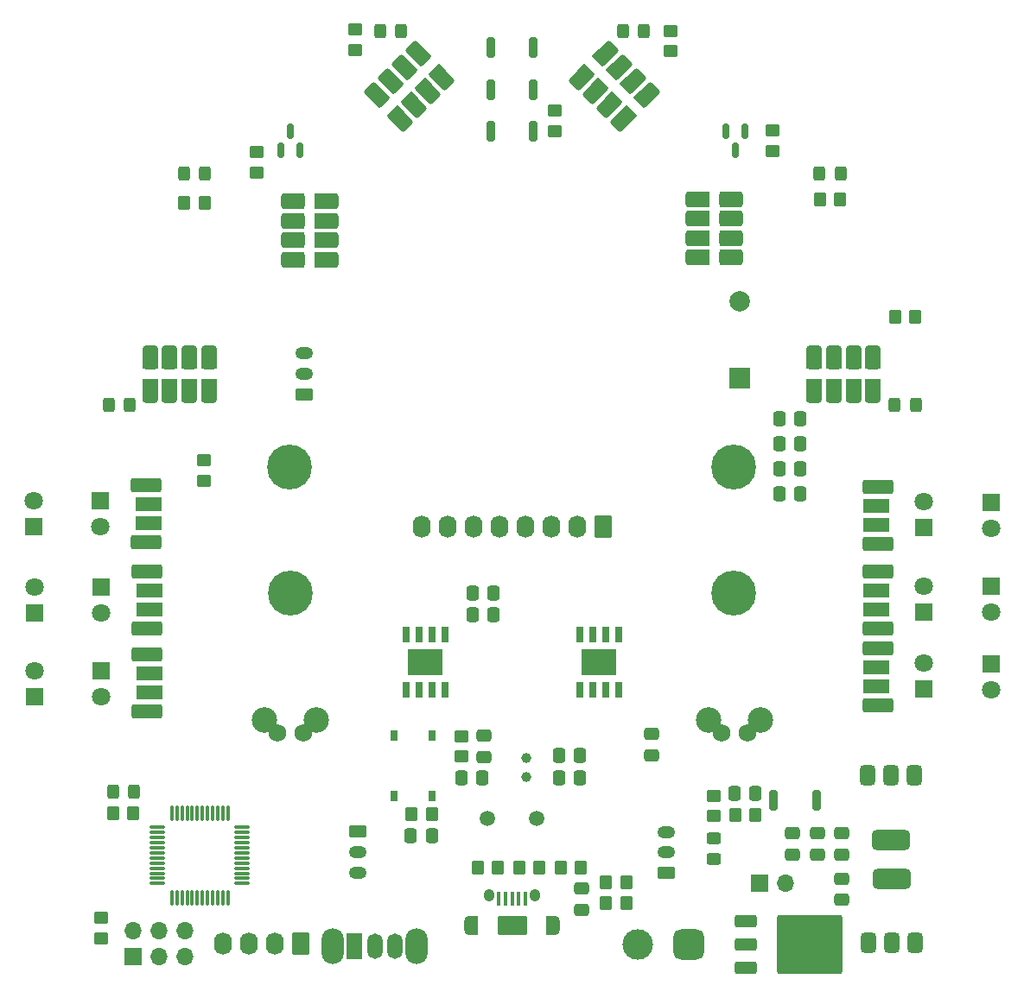
<source format=gbr>
%TF.GenerationSoftware,KiCad,Pcbnew,9.0.5*%
%TF.CreationDate,2025-10-14T17:43:45-03:00*%
%TF.ProjectId,RvMeg_V2,52764d65-675f-4563-922e-6b696361645f,V2.0*%
%TF.SameCoordinates,Original*%
%TF.FileFunction,Soldermask,Top*%
%TF.FilePolarity,Negative*%
%FSLAX46Y46*%
G04 Gerber Fmt 4.6, Leading zero omitted, Abs format (unit mm)*
G04 Created by KiCad (PCBNEW 9.0.5) date 2025-10-14 17:43:45*
%MOMM*%
%LPD*%
G01*
G04 APERTURE LIST*
G04 Aperture macros list*
%AMRoundRect*
0 Rectangle with rounded corners*
0 $1 Rounding radius*
0 $2 $3 $4 $5 $6 $7 $8 $9 X,Y pos of 4 corners*
0 Add a 4 corners polygon primitive as box body*
4,1,4,$2,$3,$4,$5,$6,$7,$8,$9,$2,$3,0*
0 Add four circle primitives for the rounded corners*
1,1,$1+$1,$2,$3*
1,1,$1+$1,$4,$5*
1,1,$1+$1,$6,$7*
1,1,$1+$1,$8,$9*
0 Add four rect primitives between the rounded corners*
20,1,$1+$1,$2,$3,$4,$5,0*
20,1,$1+$1,$4,$5,$6,$7,0*
20,1,$1+$1,$6,$7,$8,$9,0*
20,1,$1+$1,$8,$9,$2,$3,0*%
%AMRotRect*
0 Rectangle, with rotation*
0 The origin of the aperture is its center*
0 $1 length*
0 $2 width*
0 $3 Rotation angle, in degrees counterclockwise*
0 Add horizontal line*
21,1,$1,$2,0,0,$3*%
G04 Aperture macros list end*
%ADD10R,1.800000X1.800000*%
%ADD11C,1.800000*%
%ADD12C,0.500000*%
%ADD13RoundRect,0.233333X-1.266667X-0.466667X1.266667X-0.466667X1.266667X0.466667X-1.266667X0.466667X0*%
%ADD14RoundRect,0.233333X-1.066667X-0.466667X1.066667X-0.466667X1.066667X0.466667X-1.066667X0.466667X0*%
%ADD15RoundRect,0.233333X1.266667X0.466667X-1.266667X0.466667X-1.266667X-0.466667X1.266667X-0.466667X0*%
%ADD16RoundRect,0.233333X1.066667X0.466667X-1.066667X0.466667X-1.066667X-0.466667X1.066667X-0.466667X0*%
%ADD17C,2.500000*%
%ADD18C,1.750000*%
%ADD19O,1.000000X1.900000*%
%ADD20R,0.875000X1.900000*%
%ADD21O,1.050000X1.250000*%
%ADD22RoundRect,0.250000X-1.200000X-0.700000X1.200000X-0.700000X1.200000X0.700000X-1.200000X0.700000X0*%
%ADD23RoundRect,0.100000X-0.100000X-0.575000X0.100000X-0.575000X0.100000X0.575000X-0.100000X0.575000X0*%
%ADD24R,0.750000X1.000000*%
%ADD25RoundRect,0.200000X0.200000X0.800000X-0.200000X0.800000X-0.200000X-0.800000X0.200000X-0.800000X0*%
%ADD26O,1.500000X2.500000*%
%ADD27R,1.500000X2.500000*%
%ADD28O,2.200000X3.500000*%
%ADD29RoundRect,0.150000X0.150000X-0.587500X0.150000X0.587500X-0.150000X0.587500X-0.150000X-0.587500X0*%
%ADD30C,0.700000*%
%ADD31C,4.400000*%
%ADD32R,1.700000X1.700000*%
%ADD33O,1.700000X1.700000*%
%ADD34RoundRect,0.250000X0.350000X0.450000X-0.350000X0.450000X-0.350000X-0.450000X0.350000X-0.450000X0*%
%ADD35RoundRect,0.250000X0.337500X0.475000X-0.337500X0.475000X-0.337500X-0.475000X0.337500X-0.475000X0*%
%ADD36RoundRect,0.250000X-0.337500X-0.475000X0.337500X-0.475000X0.337500X0.475000X-0.337500X0.475000X0*%
%ADD37RoundRect,0.250000X0.450000X-0.350000X0.450000X0.350000X-0.450000X0.350000X-0.450000X-0.350000X0*%
%ADD38RoundRect,0.250000X-0.325000X-0.450000X0.325000X-0.450000X0.325000X0.450000X-0.325000X0.450000X0*%
%ADD39RoundRect,0.250000X0.625000X-0.350000X0.625000X0.350000X-0.625000X0.350000X-0.625000X-0.350000X0*%
%ADD40O,1.750000X1.200000*%
%ADD41RoundRect,0.750000X0.750000X0.750000X-0.750000X0.750000X-0.750000X-0.750000X0.750000X-0.750000X0*%
%ADD42C,3.000000*%
%ADD43RoundRect,0.250000X0.475000X-0.337500X0.475000X0.337500X-0.475000X0.337500X-0.475000X-0.337500X0*%
%ADD44R,0.700000X1.525000*%
%ADD45R,3.450000X2.560000*%
%ADD46RoundRect,0.250000X-0.450000X0.350000X-0.450000X-0.350000X0.450000X-0.350000X0.450000X0.350000X0*%
%ADD47RoundRect,0.250000X0.325000X0.450000X-0.325000X0.450000X-0.325000X-0.450000X0.325000X-0.450000X0*%
%ADD48R,2.000000X2.000000*%
%ADD49C,2.000000*%
%ADD50R,1.000000X1.500000*%
%ADD51RoundRect,0.250000X-0.900000X-0.500000X0.900000X-0.500000X0.900000X0.500000X-0.900000X0.500000X0*%
%ADD52RoundRect,0.375000X0.375000X-0.625000X0.375000X0.625000X-0.375000X0.625000X-0.375000X-0.625000X0*%
%ADD53RoundRect,0.500000X1.400000X-0.500000X1.400000X0.500000X-1.400000X0.500000X-1.400000X-0.500000X0*%
%ADD54RoundRect,0.150000X-0.150000X0.587500X-0.150000X-0.587500X0.150000X-0.587500X0.150000X0.587500X0*%
%ADD55RoundRect,0.250000X-0.475000X0.337500X-0.475000X-0.337500X0.475000X-0.337500X0.475000X0.337500X0*%
%ADD56RoundRect,0.250000X0.620000X0.845000X-0.620000X0.845000X-0.620000X-0.845000X0.620000X-0.845000X0*%
%ADD57O,1.740000X2.190000*%
%ADD58RoundRect,0.250000X0.450000X-0.325000X0.450000X0.325000X-0.450000X0.325000X-0.450000X-0.325000X0*%
%ADD59RoundRect,0.250000X-0.850000X-0.350000X0.850000X-0.350000X0.850000X0.350000X-0.850000X0.350000X0*%
%ADD60RoundRect,0.249997X-2.950003X-2.650003X2.950003X-2.650003X2.950003X2.650003X-2.950003X2.650003X0*%
%ADD61RoundRect,0.250000X0.900000X0.500000X-0.900000X0.500000X-0.900000X-0.500000X0.900000X-0.500000X0*%
%ADD62RoundRect,0.075000X-0.662500X-0.075000X0.662500X-0.075000X0.662500X0.075000X-0.662500X0.075000X0*%
%ADD63RoundRect,0.075000X-0.075000X-0.662500X0.075000X-0.662500X0.075000X0.662500X-0.075000X0.662500X0*%
%ADD64RotRect,1.000000X1.500000X315.000000*%
%ADD65RoundRect,0.250000X-0.989949X0.282843X0.282843X-0.989949X0.989949X-0.282843X-0.282843X0.989949X0*%
%ADD66RoundRect,0.250000X-0.625000X0.350000X-0.625000X-0.350000X0.625000X-0.350000X0.625000X0.350000X0*%
%ADD67R,1.500000X1.000000*%
%ADD68RoundRect,0.250000X-0.500000X0.900000X-0.500000X-0.900000X0.500000X-0.900000X0.500000X0.900000X0*%
%ADD69RoundRect,0.375000X-0.375000X0.625000X-0.375000X-0.625000X0.375000X-0.625000X0.375000X0.625000X0*%
%ADD70RoundRect,0.500000X-1.400000X0.500000X-1.400000X-0.500000X1.400000X-0.500000X1.400000X0.500000X0*%
%ADD71RotRect,1.000000X1.500000X225.000000*%
%ADD72RoundRect,0.250000X0.282843X0.989949X-0.989949X-0.282843X-0.282843X-0.989949X0.989949X0.282843X0*%
%ADD73C,1.500000*%
%ADD74C,1.000000*%
G04 APERTURE END LIST*
D10*
%TO.C,Q6*%
X188749999Y-113464999D03*
D11*
X188749999Y-110924999D03*
%TD*%
D10*
%TO.C,LED_IR4*%
X195294741Y-110958439D03*
D11*
X195294741Y-113498439D03*
%TD*%
D12*
%TO.C,CONN_SEN_FRONT_I1*%
X185155000Y-109130000D03*
X183355000Y-109130000D03*
D13*
X184255000Y-109466000D03*
D12*
X185155000Y-109830000D03*
X183355001Y-109830000D03*
X183155000Y-110975332D03*
X184955000Y-110975333D03*
D14*
X184055000Y-111329000D03*
D12*
X184955000Y-111675332D03*
X183155000Y-111675332D03*
X184955000Y-112866999D03*
X183155000Y-112866999D03*
D14*
X184055000Y-113192000D03*
D12*
X184955000Y-113566999D03*
X183155000Y-113566999D03*
X185155000Y-114705000D03*
X183355000Y-114705000D03*
D13*
X184255000Y-115055000D03*
D12*
X185155000Y-115405000D03*
X183355000Y-115405000D03*
%TD*%
D10*
%TO.C,LED_IR4*%
X101605258Y-114181560D03*
D11*
X101605258Y-111641560D03*
%TD*%
D10*
%TO.C,Q6*%
X108150000Y-111675000D03*
D11*
X108150000Y-114215000D03*
%TD*%
D12*
%TO.C,CONN_SEN_FRONT_I1*%
X111744999Y-116009999D03*
X113544999Y-116009999D03*
D15*
X112644999Y-115673999D03*
D12*
X111744999Y-115309999D03*
X113544998Y-115309999D03*
X113744999Y-114164667D03*
X111944999Y-114164666D03*
D16*
X112844999Y-113810999D03*
D12*
X111944999Y-113464667D03*
X113744999Y-113464667D03*
X111944999Y-112273000D03*
X113744999Y-112273000D03*
D16*
X112844999Y-111947999D03*
D12*
X111944999Y-111573000D03*
X113744999Y-111573000D03*
X111744999Y-110434999D03*
X113544999Y-110434999D03*
D15*
X112644999Y-110084999D03*
D12*
X111744999Y-109734999D03*
X113544999Y-109734999D03*
%TD*%
%TO.C,CONN_SEN_FRONT_I1*%
X185155000Y-101580000D03*
X183355000Y-101580000D03*
D13*
X184255000Y-101916000D03*
D12*
X185155000Y-102280000D03*
X183355001Y-102280000D03*
X183155000Y-103425332D03*
X184955000Y-103425333D03*
D14*
X184055000Y-103779000D03*
D12*
X184955000Y-104125332D03*
X183155000Y-104125332D03*
X184955000Y-105316999D03*
X183155000Y-105316999D03*
D14*
X184055000Y-105642000D03*
D12*
X184955000Y-106016999D03*
X183155000Y-106016999D03*
X185155000Y-107155000D03*
X183355000Y-107155000D03*
D13*
X184255000Y-107505000D03*
D12*
X185155000Y-107855000D03*
X183355000Y-107855000D03*
%TD*%
D10*
%TO.C,LED_IR4*%
X195294741Y-103408439D03*
D11*
X195294741Y-105948439D03*
%TD*%
D10*
%TO.C,Q6*%
X188749999Y-105914999D03*
D11*
X188749999Y-103374999D03*
%TD*%
D10*
%TO.C,LED_IR4*%
X195314819Y-95113517D03*
D11*
X195314819Y-97653517D03*
%TD*%
D10*
%TO.C,Q6*%
X188770077Y-97620077D03*
D11*
X188770077Y-95080077D03*
%TD*%
D12*
%TO.C,CONN_SEN_FRONT_I1*%
X185175078Y-93285078D03*
X183375078Y-93285078D03*
D13*
X184275078Y-93621078D03*
D12*
X185175078Y-93985078D03*
X183375079Y-93985078D03*
X183175078Y-95130410D03*
X184975078Y-95130411D03*
D14*
X184075078Y-95484078D03*
D12*
X184975078Y-95830410D03*
X183175078Y-95830410D03*
X184975078Y-97022077D03*
X183175078Y-97022077D03*
D14*
X184075078Y-97347078D03*
D12*
X184975078Y-97722077D03*
X183175078Y-97722077D03*
X185175078Y-98860078D03*
X183375078Y-98860078D03*
D13*
X184275078Y-99210078D03*
D12*
X185175078Y-99560078D03*
X183375078Y-99560078D03*
%TD*%
D10*
%TO.C,LED_IR4*%
X101585180Y-105986482D03*
D11*
X101585180Y-103446482D03*
%TD*%
D10*
%TO.C,Q6*%
X108129922Y-103479922D03*
D11*
X108129922Y-106019922D03*
%TD*%
D12*
%TO.C,CONN_SEN_FRONT_I1*%
X111724921Y-107814921D03*
X113524921Y-107814921D03*
D15*
X112624921Y-107478921D03*
D12*
X111724921Y-107114921D03*
X113524920Y-107114921D03*
X113724921Y-105969589D03*
X111924921Y-105969588D03*
D16*
X112824921Y-105615921D03*
D12*
X111924921Y-105269589D03*
X113724921Y-105269589D03*
X111924921Y-104077922D03*
X113724921Y-104077922D03*
D16*
X112824921Y-103752921D03*
D12*
X111924921Y-103377922D03*
X113724921Y-103377922D03*
X111724921Y-102239921D03*
X113524921Y-102239921D03*
D15*
X112624921Y-101889921D03*
D12*
X111724921Y-101539921D03*
X113524921Y-101539921D03*
%TD*%
D10*
%TO.C,Q6*%
X108055001Y-95010334D03*
D11*
X108055001Y-97550334D03*
%TD*%
D12*
%TO.C,CONN_SEN_FRONT_I1*%
X111650000Y-99345333D03*
X113450000Y-99345333D03*
D15*
X112550000Y-99009333D03*
D12*
X111650000Y-98645333D03*
X113449999Y-98645333D03*
X113650000Y-97500001D03*
X111850000Y-97500000D03*
D16*
X112750000Y-97146333D03*
D12*
X111850000Y-96800001D03*
X113650000Y-96800001D03*
X111850000Y-95608334D03*
X113650000Y-95608334D03*
D16*
X112750000Y-95283333D03*
D12*
X111850000Y-94908334D03*
X113650000Y-94908334D03*
X111650000Y-93770333D03*
X113450000Y-93770333D03*
D15*
X112550000Y-93420333D03*
D12*
X111650000Y-93070333D03*
X113450000Y-93070333D03*
%TD*%
D10*
%TO.C,LED_IR4*%
X101510259Y-97516894D03*
D11*
X101510259Y-94976894D03*
%TD*%
D17*
%TO.C,J16*%
X172690000Y-116450000D03*
D18*
X171420000Y-117720000D03*
X168880000Y-117720000D03*
D17*
X167610000Y-116450000D03*
%TD*%
%TO.C,J15*%
X129190000Y-116450000D03*
D18*
X127920000Y-117720000D03*
X125380000Y-117720000D03*
D17*
X124110000Y-116450000D03*
%TD*%
D19*
%TO.C,J1*%
X152570000Y-136675000D03*
D20*
X152132500Y-136675000D03*
D21*
X150620000Y-133675000D03*
D22*
X148395000Y-136675000D03*
D21*
X146170000Y-133675000D03*
D20*
X144657500Y-136675000D03*
D19*
X144220000Y-136675000D03*
D23*
X147095000Y-134000000D03*
X147745000Y-134000000D03*
X148395000Y-134000000D03*
X149045000Y-134000000D03*
X149695000Y-134000000D03*
%TD*%
D24*
%TO.C,RESET*%
X140550000Y-117975000D03*
X140550000Y-123975000D03*
X136800000Y-117975000D03*
X136800000Y-123975000D03*
%TD*%
D25*
%TO.C,START*%
X174000000Y-124350000D03*
X178200000Y-124350000D03*
%TD*%
D26*
%TO.C,POWER*%
X136950000Y-138650000D03*
X134950000Y-138650000D03*
D27*
X132950000Y-138650000D03*
D28*
X139050000Y-138650000D03*
X130850000Y-138650000D03*
%TD*%
D29*
%TO.C,Q2*%
X125737500Y-60637500D03*
X127637500Y-60637500D03*
X126687500Y-58762500D03*
%TD*%
D30*
%TO.C,H2*%
X125000000Y-104075000D03*
X125483274Y-102908274D03*
X125483274Y-105241726D03*
X126650000Y-102425000D03*
D31*
X126650000Y-104075000D03*
D30*
X126650000Y-105725000D03*
X127816726Y-102908274D03*
X127816726Y-105241726D03*
X128300000Y-104075000D03*
%TD*%
D32*
%TO.C,JP1*%
X172625000Y-132475000D03*
D33*
X175165000Y-132475000D03*
%TD*%
D34*
%TO.C,R9*%
X151075000Y-130950000D03*
X149075000Y-130950000D03*
%TD*%
D35*
%TO.C,C10*%
X176637500Y-86950000D03*
X174562500Y-86950000D03*
%TD*%
D30*
%TO.C,H4*%
X168450000Y-104075000D03*
X168933274Y-102908274D03*
X168933274Y-105241726D03*
X170100000Y-102425000D03*
D31*
X170100000Y-104075000D03*
D30*
X170100000Y-105725000D03*
X171266726Y-102908274D03*
X171266726Y-105241726D03*
X171750000Y-104075000D03*
%TD*%
D34*
%TO.C,R16*%
X172250000Y-125800000D03*
X170250000Y-125800000D03*
%TD*%
D36*
%TO.C,C15*%
X144512500Y-106200000D03*
X146587500Y-106200000D03*
%TD*%
D37*
%TO.C,R1*%
X143425000Y-120062500D03*
X143425000Y-118062500D03*
%TD*%
D34*
%TO.C,R7*%
X111300000Y-125650000D03*
X109300000Y-125650000D03*
%TD*%
D38*
%TO.C,D4*%
X116227846Y-62920268D03*
X118277846Y-62920268D03*
%TD*%
D36*
%TO.C,C26*%
X170175000Y-123650000D03*
X172250000Y-123650000D03*
%TD*%
D39*
%TO.C,J11*%
X163500000Y-131475000D03*
D40*
X163500000Y-129475000D03*
X163500000Y-127475000D03*
%TD*%
D41*
%TO.C,J14*%
X165725000Y-138525000D03*
D42*
X160725000Y-138525000D03*
%TD*%
D43*
%TO.C,C22*%
X155200000Y-135112500D03*
X155200000Y-133037500D03*
%TD*%
D32*
%TO.C,J2*%
X111242585Y-139727074D03*
D33*
X111242585Y-137187074D03*
X113782585Y-139727074D03*
X113782585Y-137187074D03*
X116322585Y-139727074D03*
X116322585Y-137187074D03*
%TD*%
D43*
%TO.C,C1*%
X145600000Y-120125000D03*
X145600000Y-118050000D03*
%TD*%
D44*
%TO.C,U4*%
X137995000Y-113537000D03*
X139265000Y-113537000D03*
X140535000Y-113537000D03*
X141805000Y-113537000D03*
X141805000Y-108113000D03*
X140535000Y-108113000D03*
X139265000Y-108113000D03*
X137995000Y-108113000D03*
D45*
X139900000Y-110825000D03*
%TD*%
D36*
%TO.C,C9*%
X144512500Y-104050000D03*
X146587500Y-104050000D03*
%TD*%
D30*
%TO.C,H3*%
X168475000Y-91675000D03*
X168958274Y-90508274D03*
X168958274Y-92841726D03*
X170125000Y-90025000D03*
D31*
X170125000Y-91675000D03*
D30*
X170125000Y-93325000D03*
X171291726Y-90508274D03*
X171291726Y-92841726D03*
X171775000Y-91675000D03*
%TD*%
D46*
%TO.C,R20*%
X133000000Y-48800000D03*
X133000000Y-50800000D03*
%TD*%
D35*
%TO.C,C2*%
X145487500Y-122187500D03*
X143412500Y-122187500D03*
%TD*%
D47*
%TO.C,D2*%
X111325000Y-123500000D03*
X109275000Y-123500000D03*
%TD*%
D48*
%TO.C,BZ1*%
X170700000Y-83000000D03*
D49*
X170700000Y-75400000D03*
%TD*%
D30*
%TO.C,J4*%
X127490000Y-65624996D03*
D50*
X127539999Y-65624997D03*
D51*
X126889999Y-65624997D03*
D30*
X126289999Y-65624998D03*
X130810000Y-65624999D03*
D51*
X130209999Y-65624999D03*
D50*
X129559999Y-65624999D03*
D30*
X129609999Y-65625000D03*
D50*
X127539999Y-67541663D03*
D51*
X126889998Y-67541664D03*
X130209999Y-67541665D03*
D50*
X129560000Y-67541665D03*
D30*
X126289999Y-67558328D03*
X127490000Y-67558330D03*
X130810000Y-67558331D03*
X129609999Y-67558331D03*
D50*
X127539999Y-69458328D03*
D51*
X126890001Y-69458329D03*
X130209999Y-69458330D03*
D50*
X129560000Y-69458330D03*
D30*
X127490000Y-69491663D03*
X126289999Y-69491663D03*
X130810000Y-69491664D03*
X129609998Y-69491664D03*
D50*
X127539999Y-71374998D03*
D51*
X126890000Y-71374998D03*
X130209998Y-71374999D03*
D50*
X129560000Y-71375000D03*
D30*
X129609999Y-71424998D03*
X127489999Y-71424998D03*
X126289998Y-71424998D03*
X130809999Y-71424999D03*
%TD*%
D44*
%TO.C,U5*%
X154995000Y-113537000D03*
X156265000Y-113537000D03*
X157535000Y-113537000D03*
X158805000Y-113537000D03*
X158805000Y-108113000D03*
X157535000Y-108113000D03*
X156265000Y-108113000D03*
X154995000Y-108113000D03*
D45*
X156900000Y-110825000D03*
%TD*%
D38*
%TO.C,D8*%
X185875000Y-85550000D03*
X187925000Y-85550000D03*
%TD*%
D43*
%TO.C,C5*%
X162050000Y-119925000D03*
X162050000Y-117850000D03*
%TD*%
D52*
%TO.C,U2*%
X183275000Y-138375000D03*
X185575000Y-138375000D03*
D53*
X185575000Y-132075000D03*
D52*
X187875000Y-138375000D03*
%TD*%
D35*
%TO.C,C12*%
X176637500Y-89416667D03*
X174562500Y-89416667D03*
%TD*%
D46*
%TO.C,R18*%
X118200000Y-91000000D03*
X118200000Y-93000000D03*
%TD*%
D43*
%TO.C,C16*%
X180700000Y-129687500D03*
X180700000Y-127612500D03*
%TD*%
D38*
%TO.C,D6*%
X159272155Y-48934324D03*
X161322155Y-48934324D03*
%TD*%
D43*
%TO.C,C14*%
X175900000Y-129687500D03*
X175900000Y-127612500D03*
%TD*%
D54*
%TO.C,Q3*%
X171237500Y-58762500D03*
X169337500Y-58762500D03*
X170287500Y-60637500D03*
%TD*%
D55*
%TO.C,C13*%
X180700000Y-132062500D03*
X180700000Y-134137500D03*
%TD*%
D56*
%TO.C,J12*%
X157290000Y-97496773D03*
D57*
X154750000Y-97496773D03*
X152210000Y-97496773D03*
X149670000Y-97496773D03*
X147130000Y-97496773D03*
X144590000Y-97496773D03*
X142050000Y-97496773D03*
X139510000Y-97496773D03*
%TD*%
D58*
%TO.C,D1*%
X168150000Y-130125000D03*
X168150000Y-128075000D03*
%TD*%
D59*
%TO.C,Q1*%
X171250000Y-136242500D03*
X171250000Y-138522500D03*
D60*
X177550000Y-138522500D03*
D59*
X171250000Y-140802500D03*
%TD*%
D46*
%TO.C,R2*%
X108150000Y-135900000D03*
X108150000Y-137900000D03*
%TD*%
D30*
%TO.C,J9*%
X169284999Y-71150003D03*
D50*
X169235000Y-71150002D03*
D61*
X169885000Y-71150002D03*
D30*
X170485000Y-71150001D03*
X165964999Y-71150000D03*
D61*
X166565000Y-71150000D03*
D50*
X167215000Y-71150000D03*
D30*
X167165000Y-71149999D03*
D50*
X169235000Y-69233336D03*
D61*
X169885001Y-69233335D03*
X166565000Y-69233334D03*
D50*
X167214999Y-69233334D03*
D30*
X170485000Y-69216671D03*
X169284999Y-69216669D03*
X165964999Y-69216668D03*
X167165000Y-69216668D03*
D50*
X169235000Y-67316671D03*
D61*
X169884998Y-67316670D03*
X166565000Y-67316669D03*
D50*
X167214999Y-67316669D03*
D30*
X169284999Y-67283336D03*
X170485000Y-67283336D03*
X165964999Y-67283335D03*
X167165001Y-67283335D03*
D50*
X169235000Y-65400001D03*
D61*
X169884999Y-65400001D03*
X166565001Y-65400000D03*
D50*
X167214999Y-65399999D03*
D30*
X167165000Y-65350001D03*
X169285000Y-65350001D03*
X170485001Y-65350001D03*
X165965000Y-65350000D03*
%TD*%
D34*
%TO.C,R5*%
X159575000Y-134400000D03*
X157575000Y-134400000D03*
%TD*%
D38*
%TO.C,D3*%
X108875000Y-85552500D03*
X110925000Y-85552500D03*
%TD*%
D46*
%TO.C,R22*%
X163900000Y-48900000D03*
X163900000Y-50900000D03*
%TD*%
%TO.C,R4*%
X168150000Y-123900000D03*
X168150000Y-125900000D03*
%TD*%
D35*
%TO.C,C23*%
X155062500Y-120000000D03*
X152987500Y-120000000D03*
%TD*%
D25*
%TO.C,B3*%
X150500000Y-50550000D03*
X146300000Y-50550000D03*
%TD*%
D34*
%TO.C,R23*%
X180550000Y-65400000D03*
X178550000Y-65400000D03*
%TD*%
%TO.C,R8*%
X147000000Y-130950000D03*
X145000000Y-130950000D03*
%TD*%
D62*
%TO.C,U1*%
X113637500Y-127025000D03*
X113637500Y-127525000D03*
X113637500Y-128025000D03*
X113637500Y-128525000D03*
X113637500Y-129025000D03*
X113637500Y-129525000D03*
X113637500Y-130025000D03*
X113637500Y-130525000D03*
X113637500Y-131025000D03*
X113637500Y-131525000D03*
X113637500Y-132025000D03*
X113637500Y-132525000D03*
D63*
X115050000Y-133937500D03*
X115550000Y-133937500D03*
X116050000Y-133937500D03*
X116550000Y-133937500D03*
X117050000Y-133937500D03*
X117550000Y-133937500D03*
X118050000Y-133937500D03*
X118550000Y-133937500D03*
X119050000Y-133937500D03*
X119550000Y-133937500D03*
X120050000Y-133937500D03*
X120550000Y-133937500D03*
D62*
X121962500Y-132525000D03*
X121962500Y-132025000D03*
X121962500Y-131525000D03*
X121962500Y-131025000D03*
X121962500Y-130525000D03*
X121962500Y-130025000D03*
X121962500Y-129525000D03*
X121962500Y-129025000D03*
X121962500Y-128525000D03*
X121962500Y-128025000D03*
X121962500Y-127525000D03*
X121962500Y-127025000D03*
D63*
X120550000Y-125612500D03*
X120050000Y-125612500D03*
X119550000Y-125612500D03*
X119050000Y-125612500D03*
X118550000Y-125612500D03*
X118050000Y-125612500D03*
X117550000Y-125612500D03*
X117050000Y-125612500D03*
X116550000Y-125612500D03*
X116050000Y-125612500D03*
X115550000Y-125612500D03*
X115050000Y-125612500D03*
%TD*%
D30*
%TO.C,J6*%
X139595013Y-51555920D03*
D64*
X139630367Y-51591276D03*
D65*
X139170748Y-51131656D03*
D30*
X138746483Y-50707393D03*
X141942606Y-53903517D03*
D65*
X141518341Y-53479252D03*
D30*
X141094076Y-53054989D03*
D64*
X141058721Y-53019633D03*
X138275080Y-52946563D03*
D65*
X137815459Y-52486944D03*
X140163053Y-54834540D03*
D64*
X139703435Y-54374921D03*
D30*
X137379412Y-52074464D03*
X138227940Y-52922994D03*
X140575534Y-55270589D03*
X139727005Y-54422060D03*
D64*
X136919793Y-54301850D03*
D65*
X136460174Y-53842233D03*
X138807767Y-56189827D03*
D64*
X138348148Y-55730208D03*
D30*
X136860867Y-54290067D03*
X136012338Y-53441538D03*
X139208461Y-56637662D03*
X138359931Y-55789132D03*
D64*
X135564503Y-55657140D03*
D65*
X135104884Y-55197522D03*
X137452476Y-57545115D03*
D64*
X136992858Y-57085498D03*
D30*
X136992858Y-57156207D03*
X135493792Y-55657140D03*
X134645263Y-54808612D03*
X137841386Y-58004736D03*
%TD*%
D66*
%TO.C,J10*%
X133300000Y-127450000D03*
D40*
X133300000Y-129450000D03*
X133300000Y-131450000D03*
%TD*%
D36*
%TO.C,C3*%
X138462500Y-127850000D03*
X140537500Y-127850000D03*
%TD*%
D30*
%TO.C,H1*%
X124975000Y-91700000D03*
X125458274Y-90533274D03*
X125458274Y-92866726D03*
X126625000Y-90050000D03*
D31*
X126625000Y-91700000D03*
D30*
X126625000Y-93350000D03*
X127791726Y-90533274D03*
X127791726Y-92866726D03*
X128275000Y-91700000D03*
%TD*%
%TO.C,J8*%
X183750003Y-81515002D03*
D67*
X183750002Y-81565001D03*
D68*
X183750002Y-80915001D03*
D30*
X183750001Y-80315001D03*
X183750000Y-84835002D03*
D68*
X183750000Y-84235001D03*
D67*
X183750000Y-83585001D03*
D30*
X183749999Y-83635001D03*
D67*
X181833336Y-81565001D03*
D68*
X181833335Y-80915000D03*
X181833334Y-84235001D03*
D67*
X181833334Y-83585002D03*
D30*
X181816671Y-80315001D03*
X181816669Y-81515002D03*
X181816668Y-84835002D03*
X181816668Y-83635001D03*
D67*
X179916671Y-81565001D03*
D68*
X179916670Y-80915003D03*
X179916669Y-84235001D03*
D67*
X179916669Y-83585002D03*
D30*
X179883336Y-81515002D03*
X179883336Y-80315001D03*
X179883335Y-84835002D03*
X179883335Y-83635000D03*
D67*
X178000001Y-81565001D03*
D68*
X178000001Y-80915002D03*
X178000000Y-84235000D03*
D67*
X177999999Y-83585002D03*
D30*
X177950001Y-83635001D03*
X177950001Y-81515001D03*
X177950001Y-80315000D03*
X177950000Y-84835001D03*
%TD*%
D39*
%TO.C,J13*%
X127999998Y-84549998D03*
D40*
X127999998Y-82549998D03*
X127999998Y-80549998D03*
%TD*%
D34*
%TO.C,R6*%
X159575000Y-132375000D03*
X157575000Y-132375000D03*
%TD*%
D37*
%TO.C,R21*%
X173950000Y-60700000D03*
X173950000Y-58700000D03*
%TD*%
D38*
%TO.C,D7*%
X178522155Y-62920268D03*
X180572155Y-62920268D03*
%TD*%
D35*
%TO.C,C24*%
X155062500Y-122175000D03*
X152987500Y-122175000D03*
%TD*%
D34*
%TO.C,R3*%
X140525000Y-125750000D03*
X138525000Y-125750000D03*
%TD*%
%TO.C,R19*%
X118250000Y-65800000D03*
X116250000Y-65800000D03*
%TD*%
D47*
%TO.C,D5*%
X137527846Y-48934324D03*
X135477846Y-48934324D03*
%TD*%
D25*
%TO.C,B1*%
X150500000Y-58750000D03*
X146300000Y-58750000D03*
%TD*%
D37*
%TO.C,R17*%
X123350000Y-62800000D03*
X123350000Y-60800000D03*
%TD*%
D35*
%TO.C,C11*%
X176637500Y-94350000D03*
X174562500Y-94350000D03*
%TD*%
%TO.C,C7*%
X176637500Y-91883333D03*
X174562500Y-91883333D03*
%TD*%
D25*
%TO.C,B2*%
X150500000Y-54650000D03*
X146300000Y-54650000D03*
%TD*%
D34*
%TO.C,R10*%
X155150000Y-130950000D03*
X153150000Y-130950000D03*
%TD*%
D69*
%TO.C,U3*%
X187800000Y-121925000D03*
X185500000Y-121925000D03*
D70*
X185500000Y-128225000D03*
D69*
X183200000Y-121925000D03*
%TD*%
D30*
%TO.C,J7*%
X161194001Y-55621785D03*
D71*
X161158645Y-55657139D03*
D72*
X161618265Y-55197520D03*
D30*
X162042528Y-54773255D03*
X158846404Y-57969378D03*
D72*
X159270669Y-57545113D03*
D30*
X159694932Y-57120848D03*
D71*
X159730288Y-57085493D03*
X159803358Y-54301852D03*
D72*
X160262977Y-53842231D03*
X157915381Y-56189825D03*
D71*
X158375000Y-55730207D03*
D30*
X160675457Y-53406184D03*
X159826927Y-54254712D03*
X157479332Y-56602306D03*
X158327861Y-55753777D03*
D71*
X158448071Y-52946565D03*
D72*
X158907688Y-52486946D03*
X156560094Y-54834539D03*
D71*
X157019713Y-54374920D03*
D30*
X158459854Y-52887639D03*
X159308383Y-52039110D03*
X156112259Y-55235233D03*
X156960789Y-54386703D03*
D71*
X157092781Y-51591275D03*
D72*
X157552399Y-51131656D03*
X155204806Y-53479248D03*
D71*
X155664423Y-53019630D03*
D30*
X155593714Y-53019630D03*
X157092781Y-51520564D03*
X157941309Y-50672035D03*
X154745185Y-53868158D03*
%TD*%
D46*
%TO.C,R15*%
X152550000Y-56750000D03*
X152550000Y-58750000D03*
%TD*%
D34*
%TO.C,R24*%
X187900000Y-76950000D03*
X185900000Y-76950000D03*
%TD*%
D73*
%TO.C,Y1*%
X145945000Y-126125000D03*
X150825000Y-126125000D03*
%TD*%
D56*
%TO.C,J3*%
X127642044Y-138461421D03*
D57*
X125102044Y-138461421D03*
X122562044Y-138461421D03*
X120022044Y-138461421D03*
%TD*%
D43*
%TO.C,C17*%
X178300000Y-129687500D03*
X178300000Y-127612500D03*
%TD*%
D74*
%TO.C,Y2*%
X149800000Y-120200000D03*
X149800000Y-122100000D03*
%TD*%
D30*
%TO.C,J5*%
X118675004Y-81490000D03*
D67*
X118675003Y-81539999D03*
D68*
X118675003Y-80889999D03*
D30*
X118675002Y-80289999D03*
X118675001Y-84810000D03*
D68*
X118675001Y-84209999D03*
D67*
X118675001Y-83559999D03*
D30*
X118675000Y-83609999D03*
D67*
X116758337Y-81539999D03*
D68*
X116758336Y-80889998D03*
X116758335Y-84209999D03*
D67*
X116758335Y-83560000D03*
D30*
X116741672Y-80289999D03*
X116741670Y-81490000D03*
X116741669Y-84810000D03*
X116741669Y-83609999D03*
D67*
X114841672Y-81539999D03*
D68*
X114841671Y-80890001D03*
X114841670Y-84209999D03*
D67*
X114841670Y-83560000D03*
D30*
X114808337Y-81490000D03*
X114808337Y-80289999D03*
X114808336Y-84810000D03*
X114808336Y-83609998D03*
D67*
X112925002Y-81539999D03*
D68*
X112925002Y-80890000D03*
X112925001Y-84209998D03*
D67*
X112925000Y-83560000D03*
D30*
X112875002Y-83609999D03*
X112875002Y-81489999D03*
X112875002Y-80289998D03*
X112875001Y-84809999D03*
%TD*%
M02*

</source>
